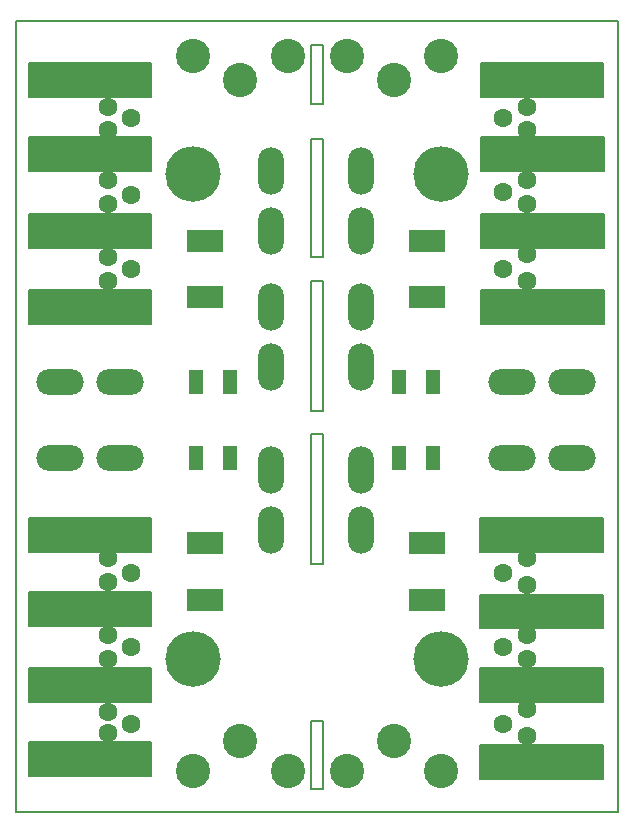
<source format=gbr>
G04 #@! TF.FileFunction,Soldermask,Top*
%FSLAX46Y46*%
G04 Gerber Fmt 4.6, Leading zero omitted, Abs format (unit mm)*
G04 Created by KiCad (PCBNEW 4.0.7) date 07/04/18 12:00:08*
%MOMM*%
%LPD*%
G01*
G04 APERTURE LIST*
%ADD10C,0.100000*%
%ADD11C,0.150000*%
%ADD12C,1.600000*%
%ADD13C,2.899360*%
%ADD14C,4.700000*%
%ADD15R,3.100000X1.900000*%
%ADD16O,4.000000X2.200000*%
%ADD17R,1.300000X2.100000*%
%ADD18O,2.200000X4.000000*%
%ADD19C,0.127000*%
G04 APERTURE END LIST*
D10*
D11*
X141000000Y-124000000D02*
X141000000Y-118250000D01*
X142000000Y-124000000D02*
X141000000Y-124000000D01*
X142000000Y-118250000D02*
X142000000Y-124000000D01*
X141000000Y-118250000D02*
X142000000Y-118250000D01*
X141000000Y-105000000D02*
X141000000Y-94000000D01*
X142000000Y-105000000D02*
X141000000Y-105000000D01*
X142000000Y-94000000D02*
X142000000Y-105000000D01*
X141000000Y-94000000D02*
X142000000Y-94000000D01*
X141000000Y-92000000D02*
X141000000Y-81000000D01*
X142000000Y-92000000D02*
X141000000Y-92000000D01*
X142000000Y-81000000D02*
X142000000Y-92000000D01*
X141000000Y-81000000D02*
X142000000Y-81000000D01*
X141000000Y-79000000D02*
X141000000Y-69000000D01*
X142000000Y-79000000D02*
X141000000Y-79000000D01*
X142000000Y-69000000D02*
X142000000Y-79000000D01*
X141000000Y-69000000D02*
X142000000Y-69000000D01*
X142000000Y-61000000D02*
X141000000Y-61000000D01*
X142000000Y-66000000D02*
X142000000Y-61000000D01*
X141000000Y-66000000D02*
X142000000Y-66000000D01*
X141000000Y-61000000D02*
X141000000Y-66000000D01*
X116000000Y-126000000D02*
X116000000Y-59000000D01*
X167000000Y-126000000D02*
X116000000Y-126000000D01*
X167000000Y-59000000D02*
X167000000Y-126000000D01*
X116000000Y-59000000D02*
X167000000Y-59000000D01*
D12*
X159250000Y-119500000D03*
X157250000Y-118500000D03*
X159250000Y-117250000D03*
X159250000Y-113000000D03*
X157250000Y-112000000D03*
X159250000Y-111000000D03*
X159250000Y-106750000D03*
X157250000Y-105750000D03*
X159250000Y-104500000D03*
X125750000Y-118500000D03*
X123750000Y-119250000D03*
X123750000Y-117500000D03*
X125750000Y-112000000D03*
X123750000Y-113000000D03*
X123750000Y-111000000D03*
X125750000Y-105750000D03*
X123750000Y-106500000D03*
X123750000Y-104500000D03*
X157250000Y-80000000D03*
X125750000Y-80000000D03*
X159250000Y-72500000D03*
X159250000Y-78750000D03*
X159250000Y-66250000D03*
X159250000Y-81000000D03*
X159250000Y-74500000D03*
X123750000Y-79000000D03*
X157250000Y-73500000D03*
X123750000Y-81000000D03*
X123750000Y-72500000D03*
X123750000Y-66250000D03*
X159250000Y-68250000D03*
X125750000Y-73750000D03*
X157250000Y-67250000D03*
X125750000Y-67250000D03*
X123750000Y-74500000D03*
D13*
X148000000Y-64000000D03*
X135000000Y-64000000D03*
X144000000Y-62000000D03*
X139000000Y-62000000D03*
X152000000Y-62000000D03*
X131000000Y-62000000D03*
X135000000Y-120000000D03*
X148000000Y-120000000D03*
X144000000Y-122500000D03*
X152000000Y-122500000D03*
X131000000Y-122500000D03*
D14*
X152000000Y-72000000D03*
X131000000Y-72000000D03*
X152000000Y-113000000D03*
D15*
X132000000Y-82400000D03*
X132000000Y-77600000D03*
X132000000Y-103200000D03*
X132000000Y-108000000D03*
X150800000Y-82400000D03*
X150800000Y-77600000D03*
X150800000Y-103200000D03*
X150800000Y-108000000D03*
D16*
X119720000Y-64000000D03*
X124800000Y-64000000D03*
X119720000Y-70400000D03*
X124800000Y-70400000D03*
X158000000Y-64000000D03*
X163080000Y-64000000D03*
X158000000Y-70400000D03*
X163080000Y-70400000D03*
X119720000Y-121600000D03*
X124800000Y-121600000D03*
X119720000Y-115200000D03*
X124800000Y-115200000D03*
X158000000Y-115200000D03*
X163080000Y-115200000D03*
X158000000Y-121600000D03*
X163080000Y-121600000D03*
D17*
X131200000Y-89600000D03*
X134100000Y-89600000D03*
X131200000Y-96000000D03*
X134100000Y-96000000D03*
X151300000Y-89600000D03*
X148400000Y-89600000D03*
X151300000Y-96000000D03*
X148400000Y-96000000D03*
D16*
X119720000Y-108800000D03*
X124800000Y-108800000D03*
X119720000Y-76800000D03*
X124800000Y-76800000D03*
X119720000Y-83200000D03*
X124800000Y-83200000D03*
X119720000Y-102400000D03*
X124800000Y-102400000D03*
X158000000Y-108800000D03*
X163080000Y-108800000D03*
X158000000Y-76800000D03*
X163080000Y-76800000D03*
X158000000Y-83200000D03*
X163080000Y-83200000D03*
X158000000Y-102400000D03*
X163080000Y-102400000D03*
X119720000Y-89600000D03*
X124800000Y-89600000D03*
X119720000Y-96000000D03*
X124800000Y-96000000D03*
X158000000Y-89600000D03*
X163080000Y-89600000D03*
X158000000Y-96000000D03*
X163080000Y-96000000D03*
D18*
X137600000Y-102080000D03*
X137600000Y-97000000D03*
X137600000Y-88280000D03*
X137600000Y-83200000D03*
X137600000Y-76800000D03*
X137600000Y-71720000D03*
X145200000Y-102080000D03*
X145200000Y-97000000D03*
X145200000Y-88280000D03*
X145200000Y-83200000D03*
X145200000Y-76800000D03*
X145200000Y-71720000D03*
D14*
X131000000Y-113000000D03*
D13*
X139000000Y-122500000D03*
D12*
X123750000Y-68250000D03*
D19*
G36*
X127436500Y-84686500D02*
X117063500Y-84686500D01*
X117063500Y-81813500D01*
X127436500Y-81813500D01*
X127436500Y-84686500D01*
X127436500Y-84686500D01*
G37*
X127436500Y-84686500D02*
X117063500Y-84686500D01*
X117063500Y-81813500D01*
X127436500Y-81813500D01*
X127436500Y-84686500D01*
G36*
X127436500Y-78186500D02*
X117063500Y-78186500D01*
X117063500Y-75313500D01*
X127436500Y-75313500D01*
X127436500Y-78186500D01*
X127436500Y-78186500D01*
G37*
X127436500Y-78186500D02*
X117063500Y-78186500D01*
X117063500Y-75313500D01*
X127436500Y-75313500D01*
X127436500Y-78186500D01*
G36*
X127436500Y-71686500D02*
X117063500Y-71686500D01*
X117063500Y-68813500D01*
X127436500Y-68813500D01*
X127436500Y-71686500D01*
X127436500Y-71686500D01*
G37*
X127436500Y-71686500D02*
X117063500Y-71686500D01*
X117063500Y-68813500D01*
X127436500Y-68813500D01*
X127436500Y-71686500D01*
G36*
X127436500Y-65436500D02*
X117063500Y-65436500D01*
X117063500Y-62563500D01*
X127436500Y-62563500D01*
X127436500Y-65436500D01*
X127436500Y-65436500D01*
G37*
X127436500Y-65436500D02*
X117063500Y-65436500D01*
X117063500Y-62563500D01*
X127436500Y-62563500D01*
X127436500Y-65436500D01*
G36*
X127436500Y-103936500D02*
X117063500Y-103936500D01*
X117063500Y-101063500D01*
X127436500Y-101063500D01*
X127436500Y-103936500D01*
X127436500Y-103936500D01*
G37*
X127436500Y-103936500D02*
X117063500Y-103936500D01*
X117063500Y-101063500D01*
X127436500Y-101063500D01*
X127436500Y-103936500D01*
G36*
X127436500Y-110186500D02*
X117063500Y-110186500D01*
X117063500Y-107313500D01*
X127436500Y-107313500D01*
X127436500Y-110186500D01*
X127436500Y-110186500D01*
G37*
X127436500Y-110186500D02*
X117063500Y-110186500D01*
X117063500Y-107313500D01*
X127436500Y-107313500D01*
X127436500Y-110186500D01*
G36*
X127436500Y-116686500D02*
X117063500Y-116686500D01*
X117063500Y-113813500D01*
X127436500Y-113813500D01*
X127436500Y-116686500D01*
X127436500Y-116686500D01*
G37*
X127436500Y-116686500D02*
X117063500Y-116686500D01*
X117063500Y-113813500D01*
X127436500Y-113813500D01*
X127436500Y-116686500D01*
G36*
X127436500Y-122936500D02*
X117063500Y-122936500D01*
X117063500Y-120063500D01*
X127436500Y-120063500D01*
X127436500Y-122936500D01*
X127436500Y-122936500D01*
G37*
X127436500Y-122936500D02*
X117063500Y-122936500D01*
X117063500Y-120063500D01*
X127436500Y-120063500D01*
X127436500Y-122936500D01*
G36*
X165686500Y-123186500D02*
X155313500Y-123186500D01*
X155313500Y-120313500D01*
X165686500Y-120313500D01*
X165686500Y-123186500D01*
X165686500Y-123186500D01*
G37*
X165686500Y-123186500D02*
X155313500Y-123186500D01*
X155313500Y-120313500D01*
X165686500Y-120313500D01*
X165686500Y-123186500D01*
G36*
X165686500Y-116686500D02*
X155313500Y-116686500D01*
X155313500Y-113813500D01*
X165686500Y-113813500D01*
X165686500Y-116686500D01*
X165686500Y-116686500D01*
G37*
X165686500Y-116686500D02*
X155313500Y-116686500D01*
X155313500Y-113813500D01*
X165686500Y-113813500D01*
X165686500Y-116686500D01*
G36*
X165686500Y-110436500D02*
X155313500Y-110436500D01*
X155313500Y-107563500D01*
X165686500Y-107563500D01*
X165686500Y-110436500D01*
X165686500Y-110436500D01*
G37*
X165686500Y-110436500D02*
X155313500Y-110436500D01*
X155313500Y-107563500D01*
X165686500Y-107563500D01*
X165686500Y-110436500D01*
G36*
X165686500Y-103936500D02*
X155313500Y-103936500D01*
X155313500Y-101063500D01*
X165686500Y-101063500D01*
X165686500Y-103936500D01*
X165686500Y-103936500D01*
G37*
X165686500Y-103936500D02*
X155313500Y-103936500D01*
X155313500Y-101063500D01*
X165686500Y-101063500D01*
X165686500Y-103936500D01*
G36*
X165737262Y-65436500D02*
X155364262Y-65436500D01*
X155364262Y-62563500D01*
X165737262Y-62563500D01*
X165737262Y-65436500D01*
X165737262Y-65436500D01*
G37*
X165737262Y-65436500D02*
X155364262Y-65436500D01*
X155364262Y-62563500D01*
X165737262Y-62563500D01*
X165737262Y-65436500D01*
G36*
X165752202Y-71686500D02*
X155379202Y-71686500D01*
X155379202Y-68813500D01*
X165752202Y-68813500D01*
X165752202Y-71686500D01*
X165752202Y-71686500D01*
G37*
X165752202Y-71686500D02*
X155379202Y-71686500D01*
X155379202Y-68813500D01*
X165752202Y-68813500D01*
X165752202Y-71686500D01*
G36*
X165752202Y-78186500D02*
X155379202Y-78186500D01*
X155379202Y-75313500D01*
X165752202Y-75313500D01*
X165752202Y-78186500D01*
X165752202Y-78186500D01*
G37*
X165752202Y-78186500D02*
X155379202Y-78186500D01*
X155379202Y-75313500D01*
X165752202Y-75313500D01*
X165752202Y-78186500D01*
G36*
X165752202Y-84686500D02*
X155379202Y-84686500D01*
X155379202Y-81813500D01*
X165752202Y-81813500D01*
X165752202Y-84686500D01*
X165752202Y-84686500D01*
G37*
X165752202Y-84686500D02*
X155379202Y-84686500D01*
X155379202Y-81813500D01*
X165752202Y-81813500D01*
X165752202Y-84686500D01*
M02*

</source>
